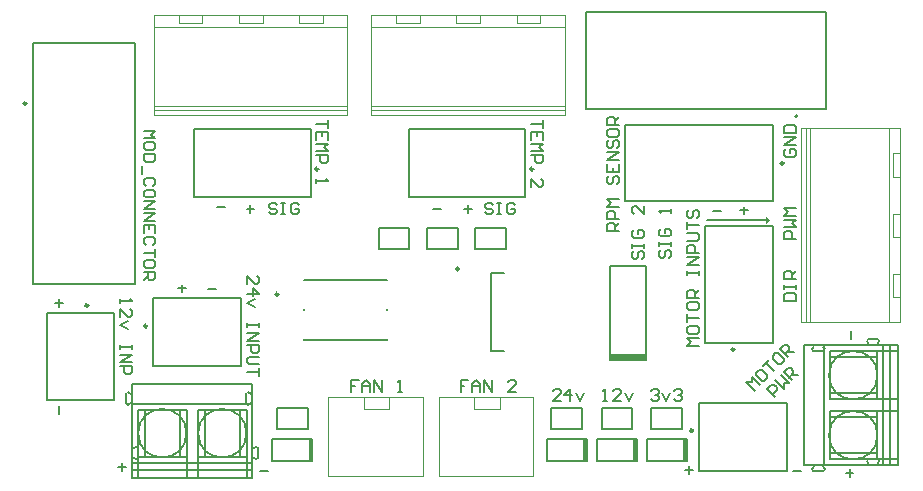
<source format=gto>
G04*
G04 #@! TF.GenerationSoftware,Altium Limited,Altium Designer,20.1.8 (145)*
G04*
G04 Layer_Color=65535*
%FSLAX25Y25*%
%MOIN*%
G70*
G04*
G04 #@! TF.SameCoordinates,19D57B75-9579-4F69-8231-0EC3C90D2157*
G04*
G04*
G04 #@! TF.FilePolarity,Positive*
G04*
G01*
G75*
%ADD10C,0.00787*%
%ADD11C,0.00984*%
%ADD12C,0.00394*%
%ADD13C,0.00500*%
%ADD14R,0.01181X0.07480*%
%ADD15R,0.12299X0.01968*%
G36*
X107677Y123425D02*
D01*
D02*
G37*
G36*
X180118D02*
D01*
D02*
G37*
G36*
X207378Y40996D02*
D01*
D02*
G37*
G36*
X248819Y86614D02*
X247638Y85433D01*
Y87795D01*
X248819Y86614D01*
D02*
G37*
G36*
X260827Y53054D02*
D01*
D02*
G37*
D10*
X262925Y3622D02*
G03*
X263266Y3032I341J-197D01*
G01*
X266655D02*
G03*
X266996Y3622I0J394D01*
G01*
X266655Y43031D02*
G03*
X266996Y43622I0J394D01*
G01*
X266883Y45000D02*
G03*
X266542Y44409I0J-394D01*
G01*
X263380D02*
G03*
X263038Y45000I-341J197D01*
G01*
X262925Y43622D02*
G03*
X263266Y43031I341J-197D01*
G01*
X281514Y46968D02*
G03*
X281173Y46378I0J-394D01*
G01*
X285244D02*
G03*
X284903Y46968I-341J197D01*
G01*
X284790Y5590D02*
G03*
X285131Y5000I341J-197D01*
G01*
X285244Y6378D02*
G03*
X284903Y6968I-341J197D01*
G01*
X281514D02*
G03*
X281173Y6378I0J-394D01*
G01*
X281287Y5000D02*
G03*
X281628Y5590I0J394D01*
G01*
X284646Y15000D02*
G03*
X284646Y15000I-8071J0D01*
G01*
Y35000D02*
G03*
X284646Y35000I-8071J0D01*
G01*
X34882Y29300D02*
G03*
X34291Y28959I-197J-341D01*
G01*
Y25569D02*
G03*
X34882Y25228I394J0D01*
G01*
X74291Y25569D02*
G03*
X74882Y25228I394J0D01*
G01*
X76260Y25342D02*
G03*
X75669Y25683I-394J0D01*
G01*
Y28845D02*
G03*
X76260Y29186I197J341D01*
G01*
X74882Y29300D02*
G03*
X74291Y28959I-197J-341D01*
G01*
X78228Y10711D02*
G03*
X77638Y11051I-394J0D01*
G01*
Y6980D02*
G03*
X78228Y7321I197J341D01*
G01*
X36850Y7435D02*
G03*
X36260Y7094I-197J-341D01*
G01*
X37638Y6980D02*
G03*
X38228Y7321I197J341D01*
G01*
Y10711D02*
G03*
X37638Y11051I-394J0D01*
G01*
X36260Y10938D02*
G03*
X36850Y10597I394J0D01*
G01*
X54331Y15650D02*
G03*
X54331Y15650I-8071J0D01*
G01*
X74331D02*
G03*
X74331Y15650I-8071J0D01*
G01*
X257992Y121332D02*
G03*
X257992Y121332I-394J0D01*
G01*
X260039Y5000D02*
Y45000D01*
Y5000D02*
X263720D01*
X262925Y3622D02*
X263720Y5000D01*
X263266Y3032D02*
X266655D01*
X266201Y5000D02*
X266996Y3622D01*
X266201Y5000D02*
X291535D01*
Y45000D01*
X260039D02*
X291535D01*
X266542Y44409D02*
X266996Y43622D01*
X262925D02*
X263380Y44409D01*
X263266Y43031D02*
X266655D01*
X284449Y45000D02*
X285244Y46378D01*
X281173D02*
X281968Y45000D01*
X281514Y46968D02*
X284903D01*
X284790Y5590D02*
X285244Y6378D01*
X281514Y6968D02*
X284903D01*
X281173Y6378D02*
X281628Y5590D01*
X286417Y5000D02*
Y45000D01*
X266732Y5000D02*
Y45000D01*
X268701Y26929D02*
Y43071D01*
X284449Y26929D02*
Y43071D01*
X268701D02*
X291535D01*
X268701Y6929D02*
Y23071D01*
X284449Y6929D02*
Y23071D01*
X268701D02*
X291535D01*
X268701Y26929D02*
X291535D01*
X268701Y6929D02*
X291535D01*
X288779Y5000D02*
Y45000D01*
X260039Y5000D02*
X291535D01*
X268701Y40905D02*
X284449D01*
X268701Y29094D02*
X284449D01*
X268701Y20906D02*
X284449D01*
X268701Y9094D02*
X284449D01*
X37284Y65492D02*
Y145610D01*
X3032Y65491D02*
X37283D01*
X3031Y65492D02*
Y145610D01*
X37284D01*
X227953Y86614D02*
X247638D01*
X40354Y7776D02*
Y23524D01*
X52165Y7776D02*
Y23524D01*
X60354Y7776D02*
Y23524D01*
X72165Y7776D02*
Y23524D01*
X36260Y689D02*
Y32185D01*
Y3445D02*
X76260D01*
X38189Y689D02*
Y23524D01*
X58189Y689D02*
Y23524D01*
X54331Y689D02*
Y23524D01*
X38189Y7776D02*
X54331D01*
X38189Y23524D02*
X54331D01*
X74331Y689D02*
Y23524D01*
X58189Y7776D02*
X74331D01*
X58189Y23524D02*
X74331D01*
X36260Y25492D02*
X76260D01*
X36260Y5807D02*
X76260D01*
X36850Y10597D02*
X37638Y11051D01*
X38228Y7321D02*
Y10711D01*
X36850Y7435D02*
X37638Y6980D01*
X78228Y7321D02*
Y10711D01*
X76260Y10256D02*
X77638Y11051D01*
X76260Y7776D02*
X77638Y6980D01*
X74291Y25569D02*
Y28959D01*
X74882Y29300D02*
X75669Y28845D01*
X74882Y25228D02*
X75669Y25683D01*
X76260Y689D02*
Y32185D01*
X36260Y689D02*
X76260D01*
X36260D02*
Y26024D01*
X34882Y25228D02*
X36260Y26024D01*
X34291Y25569D02*
Y28959D01*
X34882Y29300D02*
X36260Y28504D01*
Y32185D01*
X76260D01*
X43268Y37992D02*
Y60630D01*
X72402D01*
X43268Y37992D02*
X72402D01*
Y60630D01*
X82874Y6496D02*
Y13583D01*
Y6496D02*
X96260D01*
Y13583D01*
X82874D02*
X96260D01*
X82874Y6496D02*
Y13583D01*
Y6496D02*
X96260D01*
Y13583D01*
X82874D02*
X96260D01*
X84449Y17126D02*
Y24213D01*
X94685D01*
Y17126D02*
Y24213D01*
X84449Y17126D02*
X94685D01*
X7677Y26575D02*
X30315D01*
X7677D02*
Y55709D01*
X30315Y26575D02*
Y55709D01*
X7677D02*
X30315D01*
X93504Y66713D02*
Y66890D01*
Y56713D02*
Y57067D01*
Y46890D02*
Y47067D01*
Y46890D02*
X121063D01*
Y66713D02*
Y66890D01*
Y56713D02*
Y57067D01*
Y46890D02*
Y47067D01*
X93504Y66890D02*
X121063D01*
X207677Y13583D02*
X221063D01*
Y6496D02*
Y13583D01*
X207677Y6496D02*
X221063D01*
X207677D02*
Y13583D01*
X221063D01*
Y6496D02*
Y13583D01*
X207677Y6496D02*
X221063D01*
X207677D02*
Y13583D01*
X254331Y3150D02*
Y25787D01*
X225197Y3150D02*
X254331D01*
X225197Y25787D02*
X254331D01*
X225197Y3150D02*
Y25787D01*
X191142Y13583D02*
X204527D01*
Y6496D02*
Y13583D01*
X191142Y6496D02*
X204527D01*
X191142D02*
Y13583D01*
X204527D01*
Y6496D02*
Y13583D01*
X191142Y6496D02*
X204527D01*
X191142D02*
Y13583D01*
X174409D02*
X187795D01*
Y6496D02*
Y13583D01*
X174409Y6496D02*
X187795D01*
X174409D02*
Y13583D01*
X187795D01*
Y6496D02*
Y13583D01*
X174409Y6496D02*
X187795D01*
X174409D02*
Y13583D01*
X192717Y17126D02*
X202953D01*
Y24213D01*
X192717D02*
X202953D01*
X192717Y17126D02*
Y24213D01*
X209252Y17126D02*
Y24213D01*
X219488D01*
Y17126D02*
Y24213D01*
X209252Y17126D02*
X219488D01*
X175984D02*
X186221D01*
Y24213D01*
X175984D02*
X186221D01*
X175984Y17126D02*
Y24213D01*
X118374Y84186D02*
X128610D01*
X118374Y77143D02*
Y84186D01*
X128610Y77143D02*
Y84186D01*
X118374Y77143D02*
X128610D01*
X150591Y77099D02*
X160827D01*
Y84143D01*
X150591Y77099D02*
Y84143D01*
X160827D01*
X134482Y77099D02*
X144719D01*
Y84143D01*
X134482Y77099D02*
Y84143D01*
X144719D01*
X195378Y71457D02*
X207378D01*
X195378Y39961D02*
Y71457D01*
Y39961D02*
X207378D01*
Y71457D01*
X128347Y94390D02*
X167323D01*
X128347D02*
Y117028D01*
X167323D01*
Y94390D02*
Y117028D01*
X200591Y118307D02*
X249803D01*
Y93110D02*
Y118307D01*
X200591Y93110D02*
X249803D01*
X200591D02*
Y118307D01*
X155709Y68976D02*
X160224D01*
X155709Y43228D02*
Y68976D01*
Y43228D02*
X160224D01*
X56693Y94390D02*
X95669D01*
X56693D02*
Y117028D01*
X95669D01*
Y94390D02*
Y117028D01*
X227165Y45669D02*
Y84646D01*
X249803D01*
Y45669D02*
Y84646D01*
X227165Y45669D02*
X249803D01*
X40026Y116535D02*
X43962D01*
X42650Y115224D01*
X43962Y113912D01*
X40026D01*
X43962Y110632D02*
Y111944D01*
X43306Y112600D01*
X40682D01*
X40026Y111944D01*
Y110632D01*
X40682Y109976D01*
X43306D01*
X43962Y110632D01*
Y108664D02*
X40026D01*
Y106696D01*
X40682Y106040D01*
X43306D01*
X43962Y106696D01*
Y108664D01*
X39370Y104728D02*
Y102104D01*
X43306Y98169D02*
X43962Y98825D01*
Y100136D01*
X43306Y100793D01*
X40682D01*
X40026Y100136D01*
Y98825D01*
X40682Y98169D01*
X43962Y94889D02*
Y96201D01*
X43306Y96857D01*
X40682D01*
X40026Y96201D01*
Y94889D01*
X40682Y94233D01*
X43306D01*
X43962Y94889D01*
X40026Y92921D02*
X43962D01*
X40026Y90297D01*
X43962D01*
X40026Y88985D02*
X43962D01*
X40026Y86361D01*
X43962D01*
Y82426D02*
Y85049D01*
X40026D01*
Y82426D01*
X41994Y85049D02*
Y83738D01*
X43306Y78490D02*
X43962Y79146D01*
Y80458D01*
X43306Y81114D01*
X40682D01*
X40026Y80458D01*
Y79146D01*
X40682Y78490D01*
X43962Y77178D02*
Y74554D01*
Y75866D01*
X40026D01*
X43962Y71274D02*
Y72586D01*
X43306Y73242D01*
X40682D01*
X40026Y72586D01*
Y71274D01*
X40682Y70618D01*
X43306D01*
X43962Y71274D01*
X40026Y69306D02*
X43962D01*
Y67339D01*
X43306Y66683D01*
X41994D01*
X41338Y67339D01*
Y69306D01*
Y67995D02*
X40026Y66683D01*
X111679Y33463D02*
X109055D01*
Y31495D01*
X110367D01*
X109055D01*
Y29528D01*
X112991D02*
Y32151D01*
X114303Y33463D01*
X115615Y32151D01*
Y29528D01*
Y31495D01*
X112991D01*
X116927Y29528D02*
Y33463D01*
X119550Y29528D01*
Y33463D01*
X124798Y29528D02*
X126110D01*
X125454D01*
Y33463D01*
X124798Y32807D01*
X32283Y60236D02*
Y58924D01*
Y59580D01*
X36219D01*
X35563Y60236D01*
X32283Y54333D02*
Y56956D01*
X34907Y54333D01*
X35563D01*
X36219Y54989D01*
Y56300D01*
X35563Y56956D01*
X34907Y53021D02*
X32283Y51709D01*
X34907Y50397D01*
X36219Y45149D02*
Y43837D01*
Y44493D01*
X32283D01*
Y45149D01*
Y43837D01*
Y41869D02*
X36219D01*
X32283Y39246D01*
X36219D01*
X32283Y37934D02*
X36219D01*
Y35966D01*
X35563Y35310D01*
X34251D01*
X33595Y35966D01*
Y37934D01*
X212468Y76640D02*
X211812Y75984D01*
Y74672D01*
X212468Y74016D01*
X213124D01*
X213780Y74672D01*
Y75984D01*
X214436Y76640D01*
X215092D01*
X215748Y75984D01*
Y74672D01*
X215092Y74016D01*
X211812Y77952D02*
Y79263D01*
Y78607D01*
X215748D01*
Y77952D01*
Y79263D01*
X212468Y83855D02*
X211812Y83199D01*
Y81887D01*
X212468Y81231D01*
X215092D01*
X215748Y81887D01*
Y83199D01*
X215092Y83855D01*
X213780D01*
Y82543D01*
X215748Y89103D02*
Y90415D01*
Y89759D01*
X211812D01*
X212468Y89103D01*
X203413Y76246D02*
X202757Y75590D01*
Y74278D01*
X203413Y73622D01*
X204069D01*
X204725Y74278D01*
Y75590D01*
X205381Y76246D01*
X206037D01*
X206693Y75590D01*
Y74278D01*
X206037Y73622D01*
X202757Y77558D02*
Y78870D01*
Y78214D01*
X206693D01*
Y77558D01*
Y78870D01*
X203413Y83461D02*
X202757Y82805D01*
Y81494D01*
X203413Y80838D01*
X206037D01*
X206693Y81494D01*
Y82805D01*
X206037Y83461D01*
X204725D01*
Y82149D01*
X206693Y91333D02*
Y88709D01*
X204069Y91333D01*
X203413D01*
X202757Y90677D01*
Y89365D01*
X203413Y88709D01*
X238976Y89895D02*
X241600D01*
X240288Y91207D02*
Y88583D01*
X229921Y89764D02*
X232545D01*
X136614Y90551D02*
X139238D01*
X64567Y90945D02*
X67191D01*
X146770Y90346D02*
X149394D01*
X148082Y91658D02*
Y89034D01*
X74329Y90346D02*
X76953D01*
X75641Y91658D02*
Y89034D01*
X156561Y91862D02*
X155905Y92518D01*
X154593D01*
X153937Y91862D01*
Y91207D01*
X154593Y90551D01*
X155905D01*
X156561Y89895D01*
Y89239D01*
X155905Y88583D01*
X154593D01*
X153937Y89239D01*
X157873Y92518D02*
X159185D01*
X158529D01*
Y88583D01*
X157873D01*
X159185D01*
X163776Y91862D02*
X163120Y92518D01*
X161809D01*
X161153Y91862D01*
Y89239D01*
X161809Y88583D01*
X163120D01*
X163776Y89239D01*
Y90551D01*
X162464D01*
X84514Y91862D02*
X83858Y92518D01*
X82546D01*
X81890Y91862D01*
Y91207D01*
X82546Y90551D01*
X83858D01*
X84514Y89895D01*
Y89239D01*
X83858Y88583D01*
X82546D01*
X81890Y89239D01*
X85826Y92518D02*
X87137D01*
X86481D01*
Y88583D01*
X85826D01*
X87137D01*
X91729Y91862D02*
X91073Y92518D01*
X89761D01*
X89105Y91862D01*
Y89239D01*
X89761Y88583D01*
X91073D01*
X91729Y89239D01*
Y90551D01*
X90417D01*
X254201Y110498D02*
X253545Y109842D01*
Y108530D01*
X254201Y107874D01*
X256824D01*
X257480Y108530D01*
Y109842D01*
X256824Y110498D01*
X255512D01*
Y109186D01*
X257480Y111810D02*
X253545D01*
X257480Y114434D01*
X253545D01*
Y115745D02*
X257480D01*
Y117713D01*
X256824Y118369D01*
X254201D01*
X253545Y117713D01*
Y115745D01*
X257480Y80315D02*
X253545D01*
Y82283D01*
X254201Y82939D01*
X255512D01*
X256168Y82283D01*
Y80315D01*
X253545Y84251D02*
X257480D01*
X256168Y85563D01*
X257480Y86875D01*
X253545D01*
X257480Y88186D02*
X253545D01*
X254856Y89498D01*
X253545Y90810D01*
X257480D01*
X253545Y59842D02*
X257480D01*
Y61810D01*
X256824Y62466D01*
X254201D01*
X253545Y61810D01*
Y59842D01*
Y63778D02*
Y65090D01*
Y64434D01*
X257480D01*
Y63778D01*
Y65090D01*
Y67058D02*
X253545D01*
Y69026D01*
X254201Y69682D01*
X255512D01*
X256168Y69026D01*
Y67058D01*
Y68370D02*
X257480Y69682D01*
X225197Y44882D02*
X221261D01*
X222573Y46194D01*
X221261Y47506D01*
X225197D01*
X221261Y50785D02*
Y49474D01*
X221917Y48818D01*
X224541D01*
X225197Y49474D01*
Y50785D01*
X224541Y51441D01*
X221917D01*
X221261Y50785D01*
Y52753D02*
Y55377D01*
Y54065D01*
X225197D01*
X221261Y58657D02*
Y57345D01*
X221917Y56689D01*
X224541D01*
X225197Y57345D01*
Y58657D01*
X224541Y59313D01*
X221917D01*
X221261Y58657D01*
X225197Y60625D02*
X221261D01*
Y62593D01*
X221917Y63249D01*
X223229D01*
X223885Y62593D01*
Y60625D01*
Y61937D02*
X225197Y63249D01*
X221261Y68496D02*
Y69808D01*
Y69152D01*
X225197D01*
Y68496D01*
Y69808D01*
Y71776D02*
X221261D01*
X225197Y74400D01*
X221261D01*
X225197Y75712D02*
X221261D01*
Y77680D01*
X221917Y78336D01*
X223229D01*
X223885Y77680D01*
Y75712D01*
X221261Y79648D02*
X224541D01*
X225197Y80304D01*
Y81616D01*
X224541Y82271D01*
X221261D01*
Y83583D02*
Y86207D01*
Y84895D01*
X225197D01*
X221917Y90143D02*
X221261Y89487D01*
Y88175D01*
X221917Y87519D01*
X222573D01*
X223229Y88175D01*
Y89487D01*
X223885Y90143D01*
X224541D01*
X225197Y89487D01*
Y88175D01*
X224541Y87519D01*
X198425Y83071D02*
X194490D01*
Y85039D01*
X195145Y85695D01*
X196457D01*
X197113Y85039D01*
Y83071D01*
Y84383D02*
X198425Y85695D01*
Y87007D02*
X194490D01*
Y88974D01*
X195145Y89630D01*
X196457D01*
X197113Y88974D01*
Y87007D01*
X198425Y90942D02*
X194490D01*
X195801Y92254D01*
X194490Y93566D01*
X198425D01*
X195145Y101438D02*
X194490Y100782D01*
Y99470D01*
X195145Y98814D01*
X195801D01*
X196457Y99470D01*
Y100782D01*
X197113Y101438D01*
X197769D01*
X198425Y100782D01*
Y99470D01*
X197769Y98814D01*
X194490Y105373D02*
Y102750D01*
X198425D01*
Y105373D01*
X196457Y102750D02*
Y104061D01*
X198425Y106685D02*
X194490D01*
X198425Y109309D01*
X194490D01*
X195145Y113245D02*
X194490Y112589D01*
Y111277D01*
X195145Y110621D01*
X195801D01*
X196457Y111277D01*
Y112589D01*
X197113Y113245D01*
X197769D01*
X198425Y112589D01*
Y111277D01*
X197769Y110621D01*
X194490Y116525D02*
Y115213D01*
X195145Y114557D01*
X197769D01*
X198425Y115213D01*
Y116525D01*
X197769Y117181D01*
X195145D01*
X194490Y116525D01*
X198425Y118492D02*
X194490D01*
Y120460D01*
X195145Y121116D01*
X196457D01*
X197113Y120460D01*
Y118492D01*
Y119804D02*
X198425Y121116D01*
X173227Y120079D02*
Y117455D01*
Y118767D01*
X169291D01*
X173227Y113519D02*
Y116143D01*
X169291D01*
Y113519D01*
X171259Y116143D02*
Y114831D01*
X169291Y112207D02*
X173227D01*
X171915Y110895D01*
X173227Y109583D01*
X169291D01*
Y108272D02*
X173227D01*
Y106304D01*
X172571Y105648D01*
X171259D01*
X170603Y106304D01*
Y108272D01*
X169291Y97776D02*
Y100400D01*
X171915Y97776D01*
X172571D01*
X173227Y98432D01*
Y99744D01*
X172571Y100400D01*
X101574Y120079D02*
Y117455D01*
Y118767D01*
X97638D01*
X101574Y113519D02*
Y116143D01*
X97638D01*
Y113519D01*
X99606Y116143D02*
Y114831D01*
X97638Y112207D02*
X101574D01*
X100262Y110895D01*
X101574Y109583D01*
X97638D01*
Y108272D02*
X101574D01*
Y106304D01*
X100918Y105648D01*
X99606D01*
X98950Y106304D01*
Y108272D01*
X97638Y100400D02*
Y99088D01*
Y99744D01*
X101574D01*
X100918Y100400D01*
X209055Y29658D02*
X209711Y30314D01*
X211023D01*
X211679Y29658D01*
Y29002D01*
X211023Y28346D01*
X210367D01*
X211023D01*
X211679Y27690D01*
Y27034D01*
X211023Y26378D01*
X209711D01*
X209055Y27034D01*
X212991Y29002D02*
X214303Y26378D01*
X215615Y29002D01*
X216927Y29658D02*
X217583Y30314D01*
X218895D01*
X219550Y29658D01*
Y29002D01*
X218895Y28346D01*
X218238D01*
X218895D01*
X219550Y27690D01*
Y27034D01*
X218895Y26378D01*
X217583D01*
X216927Y27034D01*
X193307Y26378D02*
X194619D01*
X193963D01*
Y30314D01*
X193307Y29658D01*
X199211Y26378D02*
X196587D01*
X199211Y29002D01*
Y29658D01*
X198555Y30314D01*
X197243D01*
X196587Y29658D01*
X200523Y29002D02*
X201835Y26378D01*
X203146Y29002D01*
X179002Y26378D02*
X176378D01*
X179002Y29002D01*
Y29658D01*
X178346Y30314D01*
X177034D01*
X176378Y29658D01*
X182282Y26378D02*
Y30314D01*
X180314Y28346D01*
X182938D01*
X184249Y29002D02*
X185561Y26378D01*
X186873Y29002D01*
X274016Y2493D02*
X276640D01*
X275328Y3805D02*
Y1181D01*
X220472Y3280D02*
X223096D01*
X221784Y4592D02*
Y1969D01*
X256372Y3171D02*
X258996D01*
X275984Y49606D02*
Y46982D01*
X81423Y3128D02*
X78799D01*
X11942Y22047D02*
Y24671D01*
X31496Y4462D02*
X34120D01*
X32808Y5773D02*
Y3150D01*
X10630Y59186D02*
X13254D01*
X11942Y60498D02*
Y57874D01*
X61417Y63779D02*
X64041D01*
X51575Y63910D02*
X54199D01*
X52887Y65222D02*
Y62598D01*
X74410Y65486D02*
Y68110D01*
X77033Y65486D01*
X77689D01*
X78345Y66142D01*
Y67454D01*
X77689Y68110D01*
X74410Y62207D02*
X78345D01*
X76377Y64174D01*
Y61551D01*
X77033Y60239D02*
X74410Y58927D01*
X77033Y57615D01*
X78345Y52367D02*
Y51055D01*
Y51711D01*
X74410D01*
Y52367D01*
Y51055D01*
Y49088D02*
X78345D01*
X74410Y46464D01*
X78345D01*
X74410Y45152D02*
X78345D01*
Y43184D01*
X77689Y42528D01*
X76377D01*
X75721Y43184D01*
Y45152D01*
X78345Y41216D02*
X75065D01*
X74410Y40560D01*
Y39248D01*
X75065Y38592D01*
X78345D01*
Y37280D02*
Y34657D01*
Y35968D01*
X74410D01*
X148293Y33463D02*
X145669D01*
Y31495D01*
X146981D01*
X145669D01*
Y29528D01*
X149605D02*
Y32151D01*
X150917Y33463D01*
X152229Y32151D01*
Y29528D01*
Y31495D01*
X149605D01*
X153541Y29528D02*
Y33463D01*
X156165Y29528D01*
Y33463D01*
X164036Y29528D02*
X161412D01*
X164036Y32151D01*
Y32807D01*
X163380Y33463D01*
X162068D01*
X161412Y32807D01*
X250590Y27688D02*
X247808Y30471D01*
X249199Y31863D01*
X250127D01*
X251054Y30935D01*
Y30007D01*
X249663Y28616D01*
X250590Y33254D02*
X253374Y30471D01*
Y32327D01*
X255229D01*
X252446Y35110D01*
X256156Y33254D02*
X253374Y36037D01*
X254765Y37429D01*
X255693Y37429D01*
X256620Y36501D01*
X256620Y35574D01*
X255229Y34182D01*
X256156Y35110D02*
X258012D01*
X243701Y29854D02*
X240918Y32637D01*
X242773Y32637D01*
X242773Y34492D01*
X245556Y31709D01*
X245092Y36811D02*
X244165Y35884D01*
Y34956D01*
X246020Y33101D01*
X246948D01*
X247875Y34028D01*
Y34956D01*
X246020Y36811D01*
X245092Y36811D01*
X246484Y38203D02*
X248339Y40058D01*
X247411Y39130D01*
X250194Y36347D01*
X250658Y42377D02*
X249731Y41449D01*
Y40522D01*
X251586Y38666D01*
X252514D01*
X253441Y39594D01*
X253441Y40522D01*
X251586Y42377D01*
X250658Y42377D01*
X254833Y40986D02*
X252050Y43769D01*
X253441Y45160D01*
X254369Y45160D01*
X255297Y44232D01*
X255297Y43305D01*
X253905Y41913D01*
X254833Y42841D02*
X256688D01*
D11*
X965Y125551D02*
G03*
X965Y125551I-492J0D01*
G01*
X21555Y58268D02*
G03*
X21555Y58268I-492J0D01*
G01*
X223130Y16535D02*
G03*
X223130Y16535I-492J0D01*
G01*
X41201Y51378D02*
G03*
X41201Y51378I-492J0D01*
G01*
X169921Y103701D02*
G03*
X169921Y103701I-492J0D01*
G01*
X145177Y70433D02*
G03*
X145177Y70433I-492J0D01*
G01*
X84941Y61988D02*
G03*
X84941Y61988I-492J0D01*
G01*
X98268Y103701D02*
G03*
X98268Y103701I-492J0D01*
G01*
X236968Y43563D02*
G03*
X236968Y43563I-492J0D01*
G01*
X253346Y105610D02*
G03*
X253346Y105610I-492J0D01*
G01*
D12*
X107992Y121850D02*
Y154921D01*
X43425Y121850D02*
Y154921D01*
Y121850D02*
X107992D01*
X43425Y154921D02*
X107992D01*
X99803Y152559D02*
Y154921D01*
X91929Y152559D02*
X99803D01*
X91929D02*
Y154921D01*
X79724Y152559D02*
Y154921D01*
X71850Y152559D02*
X79724D01*
X71850D02*
Y154921D01*
X43504Y150984D02*
X107677Y150984D01*
X43504Y123425D02*
X107677Y123425D01*
X43701Y124606D02*
X107874Y124606D01*
X51772Y152559D02*
X59646D01*
Y154921D01*
X51772Y152559D02*
Y154921D01*
X180433Y121850D02*
Y154921D01*
X115866Y121850D02*
Y154921D01*
Y121850D02*
X180433D01*
X115866Y154921D02*
X180433D01*
X172244Y152559D02*
Y154921D01*
X164370Y152559D02*
X172244D01*
X164370D02*
Y154921D01*
X152165Y152559D02*
Y154921D01*
X144291Y152559D02*
X152165D01*
X144291D02*
Y154921D01*
X115945Y150984D02*
X180118Y150984D01*
X115945Y123425D02*
X180118Y123425D01*
X116142Y124606D02*
X180315Y124606D01*
X124213Y152559D02*
X132087D01*
Y154921D01*
X124213Y152559D02*
Y154921D01*
X138348Y1280D02*
Y27657D01*
X150160Y23720D02*
Y27657D01*
X158821Y23720D02*
Y27657D01*
X150160Y23720D02*
X158821D01*
X138348Y27657D02*
X169844D01*
Y1280D02*
Y27657D01*
X138348Y1280D02*
X169844D01*
X259252Y52739D02*
X292323D01*
X259252Y117306D02*
X292323D01*
X259252Y52739D02*
Y117306D01*
X292323Y52739D02*
Y117306D01*
X289961Y60928D02*
X292323D01*
X289961D02*
Y68802D01*
X292323D01*
X289961Y81007D02*
X292323D01*
X289961D02*
Y88881D01*
X292323D01*
X288386Y117227D02*
X288386Y53054D01*
X260827Y117227D02*
X260827Y53054D01*
X262008Y117031D02*
X262008Y52857D01*
X289961Y101086D02*
Y108960D01*
Y101086D02*
X292323D01*
X289961Y108960D02*
X292323D01*
X101521Y1280D02*
X133017D01*
Y27657D01*
X101521D02*
X133017D01*
X113332Y23720D02*
X121993D01*
Y27657D01*
X113332Y23720D02*
Y27657D01*
X101521Y1280D02*
Y27657D01*
D13*
X187598Y155977D02*
X267598D01*
X187598Y123694D02*
Y155977D01*
Y123694D02*
X267598D01*
Y155977D01*
D14*
X220472Y9843D02*
D03*
D03*
X203937D02*
D03*
D03*
X187205D02*
D03*
D03*
X95669D02*
D03*
D03*
D15*
X201228Y40945D02*
D03*
M02*

</source>
